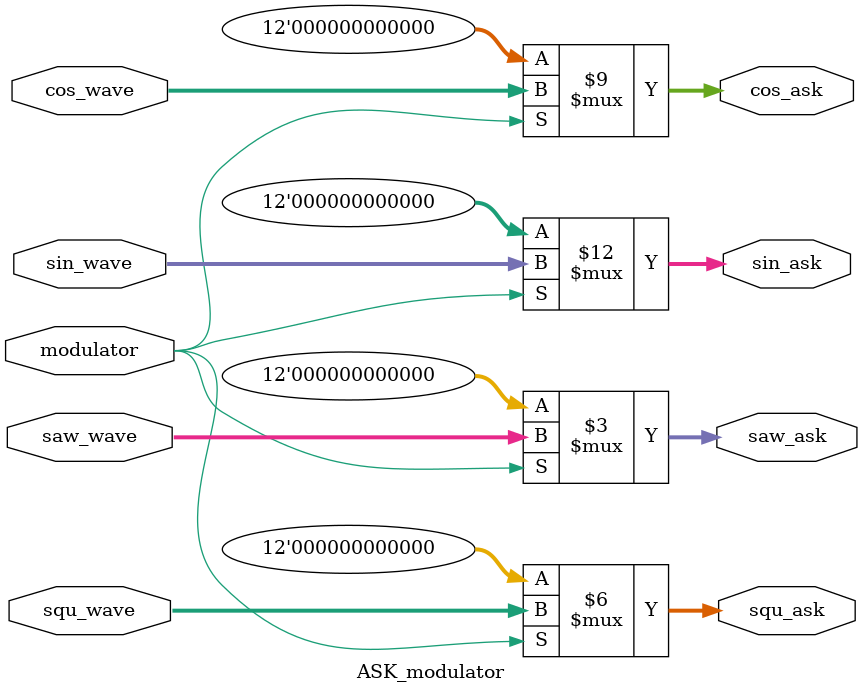
<source format=sv>
/*
	ASK MODULATOR
	
	This module implements an ASK modulator.
	When the modulator input is HIGH the input will be passed to the output.
	When LOW nothing will be past to the output.
*/

module ASK_modulator(
	input 	logic				modulator,

	input	 	logic [11:0]	sin_wave,
	input		logic [11:0]	cos_wave,
	input		logic [11:0]	squ_wave,
	input		logic [11:0]	saw_wave,


	output	logic [11:0]	sin_ask,
	output	logic [11:0]	cos_ask,
	output 	logic [11:0]	squ_ask,
	output 	logic [11:0]	saw_ask
);

	always @* begin
		case(modulator) 
			1'b1: begin// only pass wave when modulator is asserted
				sin_ask	=	sin_wave;
				cos_ask	=	cos_wave;
				squ_ask	=  squ_wave;
				saw_ask	=	saw_wave;
			end
			default: begin
				sin_ask	=	12'b0;
				cos_ask	=	12'b0;
				squ_ask	=  12'b0;
				saw_ask	=	12'b0;
			end
		endcase
	end

endmodule

</source>
